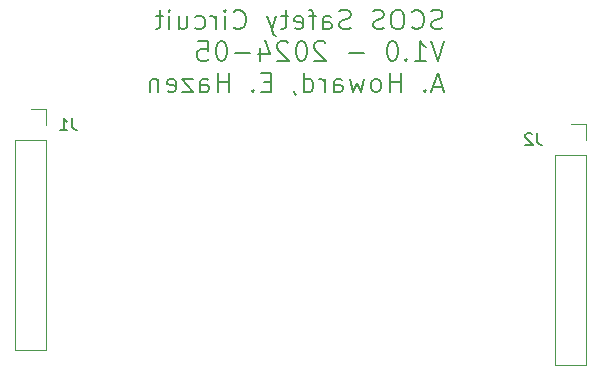
<source format=gbr>
%TF.GenerationSoftware,KiCad,Pcbnew,8.0.1-8.0.1-1~ubuntu22.04.1*%
%TF.CreationDate,2024-05-16T15:07:57-04:00*%
%TF.ProjectId,block-diagram-alex,626c6f63-6b2d-4646-9961-6772616d2d61,rev?*%
%TF.SameCoordinates,Original*%
%TF.FileFunction,Legend,Bot*%
%TF.FilePolarity,Positive*%
%FSLAX46Y46*%
G04 Gerber Fmt 4.6, Leading zero omitted, Abs format (unit mm)*
G04 Created by KiCad (PCBNEW 8.0.1-8.0.1-1~ubuntu22.04.1) date 2024-05-16 15:07:57*
%MOMM*%
%LPD*%
G01*
G04 APERTURE LIST*
%ADD10C,0.203200*%
%ADD11C,0.150000*%
%ADD12C,0.120000*%
G04 APERTURE END LIST*
D10*
X156777839Y-73132728D02*
X156541982Y-73211347D01*
X156541982Y-73211347D02*
X156148887Y-73211347D01*
X156148887Y-73211347D02*
X155991649Y-73132728D01*
X155991649Y-73132728D02*
X155913030Y-73054108D01*
X155913030Y-73054108D02*
X155834411Y-72896870D01*
X155834411Y-72896870D02*
X155834411Y-72739632D01*
X155834411Y-72739632D02*
X155913030Y-72582394D01*
X155913030Y-72582394D02*
X155991649Y-72503775D01*
X155991649Y-72503775D02*
X156148887Y-72425156D01*
X156148887Y-72425156D02*
X156463363Y-72346537D01*
X156463363Y-72346537D02*
X156620601Y-72267918D01*
X156620601Y-72267918D02*
X156699220Y-72189299D01*
X156699220Y-72189299D02*
X156777839Y-72032061D01*
X156777839Y-72032061D02*
X156777839Y-71874823D01*
X156777839Y-71874823D02*
X156699220Y-71717585D01*
X156699220Y-71717585D02*
X156620601Y-71638966D01*
X156620601Y-71638966D02*
X156463363Y-71560347D01*
X156463363Y-71560347D02*
X156070268Y-71560347D01*
X156070268Y-71560347D02*
X155834411Y-71638966D01*
X154183411Y-73054108D02*
X154262030Y-73132728D01*
X154262030Y-73132728D02*
X154497887Y-73211347D01*
X154497887Y-73211347D02*
X154655125Y-73211347D01*
X154655125Y-73211347D02*
X154890982Y-73132728D01*
X154890982Y-73132728D02*
X155048220Y-72975489D01*
X155048220Y-72975489D02*
X155126839Y-72818251D01*
X155126839Y-72818251D02*
X155205458Y-72503775D01*
X155205458Y-72503775D02*
X155205458Y-72267918D01*
X155205458Y-72267918D02*
X155126839Y-71953442D01*
X155126839Y-71953442D02*
X155048220Y-71796204D01*
X155048220Y-71796204D02*
X154890982Y-71638966D01*
X154890982Y-71638966D02*
X154655125Y-71560347D01*
X154655125Y-71560347D02*
X154497887Y-71560347D01*
X154497887Y-71560347D02*
X154262030Y-71638966D01*
X154262030Y-71638966D02*
X154183411Y-71717585D01*
X153161363Y-71560347D02*
X152846887Y-71560347D01*
X152846887Y-71560347D02*
X152689649Y-71638966D01*
X152689649Y-71638966D02*
X152532411Y-71796204D01*
X152532411Y-71796204D02*
X152453792Y-72110680D01*
X152453792Y-72110680D02*
X152453792Y-72661013D01*
X152453792Y-72661013D02*
X152532411Y-72975489D01*
X152532411Y-72975489D02*
X152689649Y-73132728D01*
X152689649Y-73132728D02*
X152846887Y-73211347D01*
X152846887Y-73211347D02*
X153161363Y-73211347D01*
X153161363Y-73211347D02*
X153318601Y-73132728D01*
X153318601Y-73132728D02*
X153475839Y-72975489D01*
X153475839Y-72975489D02*
X153554458Y-72661013D01*
X153554458Y-72661013D02*
X153554458Y-72110680D01*
X153554458Y-72110680D02*
X153475839Y-71796204D01*
X153475839Y-71796204D02*
X153318601Y-71638966D01*
X153318601Y-71638966D02*
X153161363Y-71560347D01*
X151824839Y-73132728D02*
X151588982Y-73211347D01*
X151588982Y-73211347D02*
X151195887Y-73211347D01*
X151195887Y-73211347D02*
X151038649Y-73132728D01*
X151038649Y-73132728D02*
X150960030Y-73054108D01*
X150960030Y-73054108D02*
X150881411Y-72896870D01*
X150881411Y-72896870D02*
X150881411Y-72739632D01*
X150881411Y-72739632D02*
X150960030Y-72582394D01*
X150960030Y-72582394D02*
X151038649Y-72503775D01*
X151038649Y-72503775D02*
X151195887Y-72425156D01*
X151195887Y-72425156D02*
X151510363Y-72346537D01*
X151510363Y-72346537D02*
X151667601Y-72267918D01*
X151667601Y-72267918D02*
X151746220Y-72189299D01*
X151746220Y-72189299D02*
X151824839Y-72032061D01*
X151824839Y-72032061D02*
X151824839Y-71874823D01*
X151824839Y-71874823D02*
X151746220Y-71717585D01*
X151746220Y-71717585D02*
X151667601Y-71638966D01*
X151667601Y-71638966D02*
X151510363Y-71560347D01*
X151510363Y-71560347D02*
X151117268Y-71560347D01*
X151117268Y-71560347D02*
X150881411Y-71638966D01*
X148994553Y-73132728D02*
X148758696Y-73211347D01*
X148758696Y-73211347D02*
X148365601Y-73211347D01*
X148365601Y-73211347D02*
X148208363Y-73132728D01*
X148208363Y-73132728D02*
X148129744Y-73054108D01*
X148129744Y-73054108D02*
X148051125Y-72896870D01*
X148051125Y-72896870D02*
X148051125Y-72739632D01*
X148051125Y-72739632D02*
X148129744Y-72582394D01*
X148129744Y-72582394D02*
X148208363Y-72503775D01*
X148208363Y-72503775D02*
X148365601Y-72425156D01*
X148365601Y-72425156D02*
X148680077Y-72346537D01*
X148680077Y-72346537D02*
X148837315Y-72267918D01*
X148837315Y-72267918D02*
X148915934Y-72189299D01*
X148915934Y-72189299D02*
X148994553Y-72032061D01*
X148994553Y-72032061D02*
X148994553Y-71874823D01*
X148994553Y-71874823D02*
X148915934Y-71717585D01*
X148915934Y-71717585D02*
X148837315Y-71638966D01*
X148837315Y-71638966D02*
X148680077Y-71560347D01*
X148680077Y-71560347D02*
X148286982Y-71560347D01*
X148286982Y-71560347D02*
X148051125Y-71638966D01*
X146635982Y-73211347D02*
X146635982Y-72346537D01*
X146635982Y-72346537D02*
X146714601Y-72189299D01*
X146714601Y-72189299D02*
X146871839Y-72110680D01*
X146871839Y-72110680D02*
X147186315Y-72110680D01*
X147186315Y-72110680D02*
X147343553Y-72189299D01*
X146635982Y-73132728D02*
X146793220Y-73211347D01*
X146793220Y-73211347D02*
X147186315Y-73211347D01*
X147186315Y-73211347D02*
X147343553Y-73132728D01*
X147343553Y-73132728D02*
X147422172Y-72975489D01*
X147422172Y-72975489D02*
X147422172Y-72818251D01*
X147422172Y-72818251D02*
X147343553Y-72661013D01*
X147343553Y-72661013D02*
X147186315Y-72582394D01*
X147186315Y-72582394D02*
X146793220Y-72582394D01*
X146793220Y-72582394D02*
X146635982Y-72503775D01*
X146085648Y-72110680D02*
X145456696Y-72110680D01*
X145849791Y-73211347D02*
X145849791Y-71796204D01*
X145849791Y-71796204D02*
X145771172Y-71638966D01*
X145771172Y-71638966D02*
X145613934Y-71560347D01*
X145613934Y-71560347D02*
X145456696Y-71560347D01*
X144277410Y-73132728D02*
X144434648Y-73211347D01*
X144434648Y-73211347D02*
X144749124Y-73211347D01*
X144749124Y-73211347D02*
X144906362Y-73132728D01*
X144906362Y-73132728D02*
X144984981Y-72975489D01*
X144984981Y-72975489D02*
X144984981Y-72346537D01*
X144984981Y-72346537D02*
X144906362Y-72189299D01*
X144906362Y-72189299D02*
X144749124Y-72110680D01*
X144749124Y-72110680D02*
X144434648Y-72110680D01*
X144434648Y-72110680D02*
X144277410Y-72189299D01*
X144277410Y-72189299D02*
X144198791Y-72346537D01*
X144198791Y-72346537D02*
X144198791Y-72503775D01*
X144198791Y-72503775D02*
X144984981Y-72661013D01*
X143727076Y-72110680D02*
X143098124Y-72110680D01*
X143491219Y-71560347D02*
X143491219Y-72975489D01*
X143491219Y-72975489D02*
X143412600Y-73132728D01*
X143412600Y-73132728D02*
X143255362Y-73211347D01*
X143255362Y-73211347D02*
X143098124Y-73211347D01*
X142705028Y-72110680D02*
X142311933Y-73211347D01*
X141918838Y-72110680D02*
X142311933Y-73211347D01*
X142311933Y-73211347D02*
X142469171Y-73604442D01*
X142469171Y-73604442D02*
X142547790Y-73683061D01*
X142547790Y-73683061D02*
X142705028Y-73761680D01*
X139088552Y-73054108D02*
X139167171Y-73132728D01*
X139167171Y-73132728D02*
X139403028Y-73211347D01*
X139403028Y-73211347D02*
X139560266Y-73211347D01*
X139560266Y-73211347D02*
X139796123Y-73132728D01*
X139796123Y-73132728D02*
X139953361Y-72975489D01*
X139953361Y-72975489D02*
X140031980Y-72818251D01*
X140031980Y-72818251D02*
X140110599Y-72503775D01*
X140110599Y-72503775D02*
X140110599Y-72267918D01*
X140110599Y-72267918D02*
X140031980Y-71953442D01*
X140031980Y-71953442D02*
X139953361Y-71796204D01*
X139953361Y-71796204D02*
X139796123Y-71638966D01*
X139796123Y-71638966D02*
X139560266Y-71560347D01*
X139560266Y-71560347D02*
X139403028Y-71560347D01*
X139403028Y-71560347D02*
X139167171Y-71638966D01*
X139167171Y-71638966D02*
X139088552Y-71717585D01*
X138380980Y-73211347D02*
X138380980Y-72110680D01*
X138380980Y-71560347D02*
X138459599Y-71638966D01*
X138459599Y-71638966D02*
X138380980Y-71717585D01*
X138380980Y-71717585D02*
X138302361Y-71638966D01*
X138302361Y-71638966D02*
X138380980Y-71560347D01*
X138380980Y-71560347D02*
X138380980Y-71717585D01*
X137594790Y-73211347D02*
X137594790Y-72110680D01*
X137594790Y-72425156D02*
X137516171Y-72267918D01*
X137516171Y-72267918D02*
X137437552Y-72189299D01*
X137437552Y-72189299D02*
X137280314Y-72110680D01*
X137280314Y-72110680D02*
X137123076Y-72110680D01*
X135865171Y-73132728D02*
X136022409Y-73211347D01*
X136022409Y-73211347D02*
X136336885Y-73211347D01*
X136336885Y-73211347D02*
X136494123Y-73132728D01*
X136494123Y-73132728D02*
X136572742Y-73054108D01*
X136572742Y-73054108D02*
X136651361Y-72896870D01*
X136651361Y-72896870D02*
X136651361Y-72425156D01*
X136651361Y-72425156D02*
X136572742Y-72267918D01*
X136572742Y-72267918D02*
X136494123Y-72189299D01*
X136494123Y-72189299D02*
X136336885Y-72110680D01*
X136336885Y-72110680D02*
X136022409Y-72110680D01*
X136022409Y-72110680D02*
X135865171Y-72189299D01*
X134450028Y-72110680D02*
X134450028Y-73211347D01*
X135157599Y-72110680D02*
X135157599Y-72975489D01*
X135157599Y-72975489D02*
X135078980Y-73132728D01*
X135078980Y-73132728D02*
X134921742Y-73211347D01*
X134921742Y-73211347D02*
X134685885Y-73211347D01*
X134685885Y-73211347D02*
X134528647Y-73132728D01*
X134528647Y-73132728D02*
X134450028Y-73054108D01*
X133663837Y-73211347D02*
X133663837Y-72110680D01*
X133663837Y-71560347D02*
X133742456Y-71638966D01*
X133742456Y-71638966D02*
X133663837Y-71717585D01*
X133663837Y-71717585D02*
X133585218Y-71638966D01*
X133585218Y-71638966D02*
X133663837Y-71560347D01*
X133663837Y-71560347D02*
X133663837Y-71717585D01*
X133113504Y-72110680D02*
X132484552Y-72110680D01*
X132877647Y-71560347D02*
X132877647Y-72975489D01*
X132877647Y-72975489D02*
X132799028Y-73132728D01*
X132799028Y-73132728D02*
X132641790Y-73211347D01*
X132641790Y-73211347D02*
X132484552Y-73211347D01*
X156935077Y-74218365D02*
X156384744Y-75869365D01*
X156384744Y-75869365D02*
X155834411Y-74218365D01*
X154419268Y-75869365D02*
X155362696Y-75869365D01*
X154890982Y-75869365D02*
X154890982Y-74218365D01*
X154890982Y-74218365D02*
X155048220Y-74454222D01*
X155048220Y-74454222D02*
X155205458Y-74611460D01*
X155205458Y-74611460D02*
X155362696Y-74690079D01*
X153711696Y-75712126D02*
X153633077Y-75790746D01*
X153633077Y-75790746D02*
X153711696Y-75869365D01*
X153711696Y-75869365D02*
X153790315Y-75790746D01*
X153790315Y-75790746D02*
X153711696Y-75712126D01*
X153711696Y-75712126D02*
X153711696Y-75869365D01*
X152611030Y-74218365D02*
X152453792Y-74218365D01*
X152453792Y-74218365D02*
X152296554Y-74296984D01*
X152296554Y-74296984D02*
X152217935Y-74375603D01*
X152217935Y-74375603D02*
X152139316Y-74532841D01*
X152139316Y-74532841D02*
X152060697Y-74847317D01*
X152060697Y-74847317D02*
X152060697Y-75240412D01*
X152060697Y-75240412D02*
X152139316Y-75554888D01*
X152139316Y-75554888D02*
X152217935Y-75712126D01*
X152217935Y-75712126D02*
X152296554Y-75790746D01*
X152296554Y-75790746D02*
X152453792Y-75869365D01*
X152453792Y-75869365D02*
X152611030Y-75869365D01*
X152611030Y-75869365D02*
X152768268Y-75790746D01*
X152768268Y-75790746D02*
X152846887Y-75712126D01*
X152846887Y-75712126D02*
X152925506Y-75554888D01*
X152925506Y-75554888D02*
X153004125Y-75240412D01*
X153004125Y-75240412D02*
X153004125Y-74847317D01*
X153004125Y-74847317D02*
X152925506Y-74532841D01*
X152925506Y-74532841D02*
X152846887Y-74375603D01*
X152846887Y-74375603D02*
X152768268Y-74296984D01*
X152768268Y-74296984D02*
X152611030Y-74218365D01*
X150095220Y-75240412D02*
X148837316Y-75240412D01*
X146871839Y-74375603D02*
X146793220Y-74296984D01*
X146793220Y-74296984D02*
X146635982Y-74218365D01*
X146635982Y-74218365D02*
X146242887Y-74218365D01*
X146242887Y-74218365D02*
X146085649Y-74296984D01*
X146085649Y-74296984D02*
X146007030Y-74375603D01*
X146007030Y-74375603D02*
X145928411Y-74532841D01*
X145928411Y-74532841D02*
X145928411Y-74690079D01*
X145928411Y-74690079D02*
X146007030Y-74925936D01*
X146007030Y-74925936D02*
X146950458Y-75869365D01*
X146950458Y-75869365D02*
X145928411Y-75869365D01*
X144906363Y-74218365D02*
X144749125Y-74218365D01*
X144749125Y-74218365D02*
X144591887Y-74296984D01*
X144591887Y-74296984D02*
X144513268Y-74375603D01*
X144513268Y-74375603D02*
X144434649Y-74532841D01*
X144434649Y-74532841D02*
X144356030Y-74847317D01*
X144356030Y-74847317D02*
X144356030Y-75240412D01*
X144356030Y-75240412D02*
X144434649Y-75554888D01*
X144434649Y-75554888D02*
X144513268Y-75712126D01*
X144513268Y-75712126D02*
X144591887Y-75790746D01*
X144591887Y-75790746D02*
X144749125Y-75869365D01*
X144749125Y-75869365D02*
X144906363Y-75869365D01*
X144906363Y-75869365D02*
X145063601Y-75790746D01*
X145063601Y-75790746D02*
X145142220Y-75712126D01*
X145142220Y-75712126D02*
X145220839Y-75554888D01*
X145220839Y-75554888D02*
X145299458Y-75240412D01*
X145299458Y-75240412D02*
X145299458Y-74847317D01*
X145299458Y-74847317D02*
X145220839Y-74532841D01*
X145220839Y-74532841D02*
X145142220Y-74375603D01*
X145142220Y-74375603D02*
X145063601Y-74296984D01*
X145063601Y-74296984D02*
X144906363Y-74218365D01*
X143727077Y-74375603D02*
X143648458Y-74296984D01*
X143648458Y-74296984D02*
X143491220Y-74218365D01*
X143491220Y-74218365D02*
X143098125Y-74218365D01*
X143098125Y-74218365D02*
X142940887Y-74296984D01*
X142940887Y-74296984D02*
X142862268Y-74375603D01*
X142862268Y-74375603D02*
X142783649Y-74532841D01*
X142783649Y-74532841D02*
X142783649Y-74690079D01*
X142783649Y-74690079D02*
X142862268Y-74925936D01*
X142862268Y-74925936D02*
X143805696Y-75869365D01*
X143805696Y-75869365D02*
X142783649Y-75869365D01*
X141368506Y-74768698D02*
X141368506Y-75869365D01*
X141761601Y-74139746D02*
X142154696Y-75319031D01*
X142154696Y-75319031D02*
X141132649Y-75319031D01*
X140503696Y-75240412D02*
X139245792Y-75240412D01*
X138145125Y-74218365D02*
X137987887Y-74218365D01*
X137987887Y-74218365D02*
X137830649Y-74296984D01*
X137830649Y-74296984D02*
X137752030Y-74375603D01*
X137752030Y-74375603D02*
X137673411Y-74532841D01*
X137673411Y-74532841D02*
X137594792Y-74847317D01*
X137594792Y-74847317D02*
X137594792Y-75240412D01*
X137594792Y-75240412D02*
X137673411Y-75554888D01*
X137673411Y-75554888D02*
X137752030Y-75712126D01*
X137752030Y-75712126D02*
X137830649Y-75790746D01*
X137830649Y-75790746D02*
X137987887Y-75869365D01*
X137987887Y-75869365D02*
X138145125Y-75869365D01*
X138145125Y-75869365D02*
X138302363Y-75790746D01*
X138302363Y-75790746D02*
X138380982Y-75712126D01*
X138380982Y-75712126D02*
X138459601Y-75554888D01*
X138459601Y-75554888D02*
X138538220Y-75240412D01*
X138538220Y-75240412D02*
X138538220Y-74847317D01*
X138538220Y-74847317D02*
X138459601Y-74532841D01*
X138459601Y-74532841D02*
X138380982Y-74375603D01*
X138380982Y-74375603D02*
X138302363Y-74296984D01*
X138302363Y-74296984D02*
X138145125Y-74218365D01*
X136101030Y-74218365D02*
X136887220Y-74218365D01*
X136887220Y-74218365D02*
X136965839Y-75004555D01*
X136965839Y-75004555D02*
X136887220Y-74925936D01*
X136887220Y-74925936D02*
X136729982Y-74847317D01*
X136729982Y-74847317D02*
X136336887Y-74847317D01*
X136336887Y-74847317D02*
X136179649Y-74925936D01*
X136179649Y-74925936D02*
X136101030Y-75004555D01*
X136101030Y-75004555D02*
X136022411Y-75161793D01*
X136022411Y-75161793D02*
X136022411Y-75554888D01*
X136022411Y-75554888D02*
X136101030Y-75712126D01*
X136101030Y-75712126D02*
X136179649Y-75790746D01*
X136179649Y-75790746D02*
X136336887Y-75869365D01*
X136336887Y-75869365D02*
X136729982Y-75869365D01*
X136729982Y-75869365D02*
X136887220Y-75790746D01*
X136887220Y-75790746D02*
X136965839Y-75712126D01*
X156777839Y-78055668D02*
X155991649Y-78055668D01*
X156935077Y-78527383D02*
X156384744Y-76876383D01*
X156384744Y-76876383D02*
X155834411Y-78527383D01*
X155284077Y-78370144D02*
X155205458Y-78448764D01*
X155205458Y-78448764D02*
X155284077Y-78527383D01*
X155284077Y-78527383D02*
X155362696Y-78448764D01*
X155362696Y-78448764D02*
X155284077Y-78370144D01*
X155284077Y-78370144D02*
X155284077Y-78527383D01*
X153239982Y-78527383D02*
X153239982Y-76876383D01*
X153239982Y-77662573D02*
X152296554Y-77662573D01*
X152296554Y-78527383D02*
X152296554Y-76876383D01*
X151274506Y-78527383D02*
X151431744Y-78448764D01*
X151431744Y-78448764D02*
X151510363Y-78370144D01*
X151510363Y-78370144D02*
X151588982Y-78212906D01*
X151588982Y-78212906D02*
X151588982Y-77741192D01*
X151588982Y-77741192D02*
X151510363Y-77583954D01*
X151510363Y-77583954D02*
X151431744Y-77505335D01*
X151431744Y-77505335D02*
X151274506Y-77426716D01*
X151274506Y-77426716D02*
X151038649Y-77426716D01*
X151038649Y-77426716D02*
X150881411Y-77505335D01*
X150881411Y-77505335D02*
X150802792Y-77583954D01*
X150802792Y-77583954D02*
X150724173Y-77741192D01*
X150724173Y-77741192D02*
X150724173Y-78212906D01*
X150724173Y-78212906D02*
X150802792Y-78370144D01*
X150802792Y-78370144D02*
X150881411Y-78448764D01*
X150881411Y-78448764D02*
X151038649Y-78527383D01*
X151038649Y-78527383D02*
X151274506Y-78527383D01*
X150173839Y-77426716D02*
X149859363Y-78527383D01*
X149859363Y-78527383D02*
X149544887Y-77741192D01*
X149544887Y-77741192D02*
X149230411Y-78527383D01*
X149230411Y-78527383D02*
X148915935Y-77426716D01*
X147579411Y-78527383D02*
X147579411Y-77662573D01*
X147579411Y-77662573D02*
X147658030Y-77505335D01*
X147658030Y-77505335D02*
X147815268Y-77426716D01*
X147815268Y-77426716D02*
X148129744Y-77426716D01*
X148129744Y-77426716D02*
X148286982Y-77505335D01*
X147579411Y-78448764D02*
X147736649Y-78527383D01*
X147736649Y-78527383D02*
X148129744Y-78527383D01*
X148129744Y-78527383D02*
X148286982Y-78448764D01*
X148286982Y-78448764D02*
X148365601Y-78291525D01*
X148365601Y-78291525D02*
X148365601Y-78134287D01*
X148365601Y-78134287D02*
X148286982Y-77977049D01*
X148286982Y-77977049D02*
X148129744Y-77898430D01*
X148129744Y-77898430D02*
X147736649Y-77898430D01*
X147736649Y-77898430D02*
X147579411Y-77819811D01*
X146793220Y-78527383D02*
X146793220Y-77426716D01*
X146793220Y-77741192D02*
X146714601Y-77583954D01*
X146714601Y-77583954D02*
X146635982Y-77505335D01*
X146635982Y-77505335D02*
X146478744Y-77426716D01*
X146478744Y-77426716D02*
X146321506Y-77426716D01*
X145063601Y-78527383D02*
X145063601Y-76876383D01*
X145063601Y-78448764D02*
X145220839Y-78527383D01*
X145220839Y-78527383D02*
X145535315Y-78527383D01*
X145535315Y-78527383D02*
X145692553Y-78448764D01*
X145692553Y-78448764D02*
X145771172Y-78370144D01*
X145771172Y-78370144D02*
X145849791Y-78212906D01*
X145849791Y-78212906D02*
X145849791Y-77741192D01*
X145849791Y-77741192D02*
X145771172Y-77583954D01*
X145771172Y-77583954D02*
X145692553Y-77505335D01*
X145692553Y-77505335D02*
X145535315Y-77426716D01*
X145535315Y-77426716D02*
X145220839Y-77426716D01*
X145220839Y-77426716D02*
X145063601Y-77505335D01*
X144198791Y-78448764D02*
X144198791Y-78527383D01*
X144198791Y-78527383D02*
X144277410Y-78684621D01*
X144277410Y-78684621D02*
X144356029Y-78763240D01*
X142233315Y-77662573D02*
X141682982Y-77662573D01*
X141447125Y-78527383D02*
X142233315Y-78527383D01*
X142233315Y-78527383D02*
X142233315Y-76876383D01*
X142233315Y-76876383D02*
X141447125Y-76876383D01*
X140739553Y-78370144D02*
X140660934Y-78448764D01*
X140660934Y-78448764D02*
X140739553Y-78527383D01*
X140739553Y-78527383D02*
X140818172Y-78448764D01*
X140818172Y-78448764D02*
X140739553Y-78370144D01*
X140739553Y-78370144D02*
X140739553Y-78527383D01*
X138695458Y-78527383D02*
X138695458Y-76876383D01*
X138695458Y-77662573D02*
X137752030Y-77662573D01*
X137752030Y-78527383D02*
X137752030Y-76876383D01*
X136258268Y-78527383D02*
X136258268Y-77662573D01*
X136258268Y-77662573D02*
X136336887Y-77505335D01*
X136336887Y-77505335D02*
X136494125Y-77426716D01*
X136494125Y-77426716D02*
X136808601Y-77426716D01*
X136808601Y-77426716D02*
X136965839Y-77505335D01*
X136258268Y-78448764D02*
X136415506Y-78527383D01*
X136415506Y-78527383D02*
X136808601Y-78527383D01*
X136808601Y-78527383D02*
X136965839Y-78448764D01*
X136965839Y-78448764D02*
X137044458Y-78291525D01*
X137044458Y-78291525D02*
X137044458Y-78134287D01*
X137044458Y-78134287D02*
X136965839Y-77977049D01*
X136965839Y-77977049D02*
X136808601Y-77898430D01*
X136808601Y-77898430D02*
X136415506Y-77898430D01*
X136415506Y-77898430D02*
X136258268Y-77819811D01*
X135629315Y-77426716D02*
X134764506Y-77426716D01*
X134764506Y-77426716D02*
X135629315Y-78527383D01*
X135629315Y-78527383D02*
X134764506Y-78527383D01*
X133506601Y-78448764D02*
X133663839Y-78527383D01*
X133663839Y-78527383D02*
X133978315Y-78527383D01*
X133978315Y-78527383D02*
X134135553Y-78448764D01*
X134135553Y-78448764D02*
X134214172Y-78291525D01*
X134214172Y-78291525D02*
X134214172Y-77662573D01*
X134214172Y-77662573D02*
X134135553Y-77505335D01*
X134135553Y-77505335D02*
X133978315Y-77426716D01*
X133978315Y-77426716D02*
X133663839Y-77426716D01*
X133663839Y-77426716D02*
X133506601Y-77505335D01*
X133506601Y-77505335D02*
X133427982Y-77662573D01*
X133427982Y-77662573D02*
X133427982Y-77819811D01*
X133427982Y-77819811D02*
X134214172Y-77977049D01*
X132720410Y-77426716D02*
X132720410Y-78527383D01*
X132720410Y-77583954D02*
X132641791Y-77505335D01*
X132641791Y-77505335D02*
X132484553Y-77426716D01*
X132484553Y-77426716D02*
X132248696Y-77426716D01*
X132248696Y-77426716D02*
X132091458Y-77505335D01*
X132091458Y-77505335D02*
X132012839Y-77662573D01*
X132012839Y-77662573D02*
X132012839Y-78527383D01*
D11*
X164798333Y-82004819D02*
X164798333Y-82719104D01*
X164798333Y-82719104D02*
X164845952Y-82861961D01*
X164845952Y-82861961D02*
X164941190Y-82957200D01*
X164941190Y-82957200D02*
X165084047Y-83004819D01*
X165084047Y-83004819D02*
X165179285Y-83004819D01*
X164369761Y-82100057D02*
X164322142Y-82052438D01*
X164322142Y-82052438D02*
X164226904Y-82004819D01*
X164226904Y-82004819D02*
X163988809Y-82004819D01*
X163988809Y-82004819D02*
X163893571Y-82052438D01*
X163893571Y-82052438D02*
X163845952Y-82100057D01*
X163845952Y-82100057D02*
X163798333Y-82195295D01*
X163798333Y-82195295D02*
X163798333Y-82290533D01*
X163798333Y-82290533D02*
X163845952Y-82433390D01*
X163845952Y-82433390D02*
X164417380Y-83004819D01*
X164417380Y-83004819D02*
X163798333Y-83004819D01*
X125428333Y-80734819D02*
X125428333Y-81449104D01*
X125428333Y-81449104D02*
X125475952Y-81591961D01*
X125475952Y-81591961D02*
X125571190Y-81687200D01*
X125571190Y-81687200D02*
X125714047Y-81734819D01*
X125714047Y-81734819D02*
X125809285Y-81734819D01*
X124428333Y-81734819D02*
X124999761Y-81734819D01*
X124714047Y-81734819D02*
X124714047Y-80734819D01*
X124714047Y-80734819D02*
X124809285Y-80877676D01*
X124809285Y-80877676D02*
X124904523Y-80972914D01*
X124904523Y-80972914D02*
X124999761Y-81020533D01*
D12*
%TO.C,J2*%
X166310000Y-83820000D02*
X168970000Y-83820000D01*
X166310000Y-101660000D02*
X166310000Y-83820000D01*
X166310000Y-101660000D02*
X168970000Y-101660000D01*
X167640000Y-81220000D02*
X168970000Y-81220000D01*
X168970000Y-81220000D02*
X168970000Y-82550000D01*
X168970000Y-101660000D02*
X168970000Y-83820000D01*
%TO.C,J1*%
X120590000Y-82550000D02*
X123250000Y-82550000D01*
X120590000Y-100390000D02*
X120590000Y-82550000D01*
X120590000Y-100390000D02*
X123250000Y-100390000D01*
X121920000Y-79950000D02*
X123250000Y-79950000D01*
X123250000Y-79950000D02*
X123250000Y-81280000D01*
X123250000Y-100390000D02*
X123250000Y-82550000D01*
%TD*%
M02*

</source>
